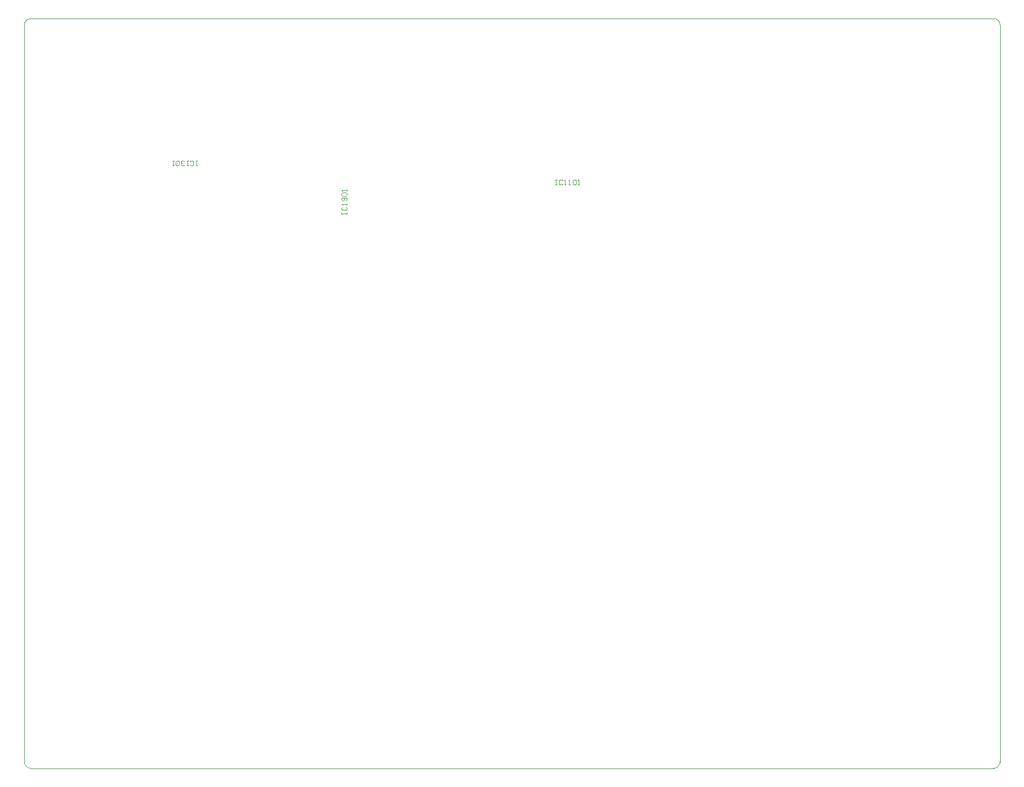
<source format=gm1>
G04*
G04 #@! TF.GenerationSoftware,Altium Limited,Altium Designer,21.4.1 (30)*
G04*
G04 Layer_Color=16711935*
%FSLAX25Y25*%
%MOIN*%
G70*
G04*
G04 #@! TF.SameCoordinates,07BA8920-E91E-4FA6-B340-E2803C7595EB*
G04*
G04*
G04 #@! TF.FilePolarity,Positive*
G04*
G01*
G75*
%ADD13C,0.00394*%
%ADD109C,0.00000*%
D13*
X199726Y349115D02*
Y350165D01*
Y349640D01*
X202875D01*
Y349115D01*
Y350165D01*
X200251Y353838D02*
X199726Y353313D01*
Y352264D01*
X200251Y351739D01*
X202350D01*
X202875Y352264D01*
Y353313D01*
X202350Y353838D01*
X202875Y354887D02*
Y355937D01*
Y355412D01*
X199726D01*
X200251Y354887D01*
X202350Y357511D02*
X202875Y358036D01*
Y359086D01*
X202350Y359610D01*
X200251D01*
X199726Y359086D01*
Y358036D01*
X200251Y357511D01*
X200776D01*
X201301Y358036D01*
Y359610D01*
X200251Y360660D02*
X199726Y361185D01*
Y362234D01*
X200251Y362759D01*
X202350D01*
X202875Y362234D01*
Y361185D01*
X202350Y360660D01*
X200251D01*
X202875Y363808D02*
Y364858D01*
Y364333D01*
X199726D01*
X200251Y363808D01*
X109000Y379716D02*
X107950D01*
X108475D01*
Y382865D01*
X109000D01*
X107950D01*
X104277Y380241D02*
X104802Y379716D01*
X105851D01*
X106376Y380241D01*
Y382340D01*
X105851Y382865D01*
X104802D01*
X104277Y382340D01*
X103228Y382865D02*
X102178D01*
X102703D01*
Y379716D01*
X103228Y380241D01*
X100604D02*
X100079Y379716D01*
X99029D01*
X98505Y380241D01*
Y380766D01*
X99029Y381291D01*
X99554D01*
X99029D01*
X98505Y381816D01*
Y382340D01*
X99029Y382865D01*
X100079D01*
X100604Y382340D01*
X97455Y380241D02*
X96930Y379716D01*
X95881D01*
X95356Y380241D01*
Y382340D01*
X95881Y382865D01*
X96930D01*
X97455Y382340D01*
Y380241D01*
X94307Y382865D02*
X93257D01*
X93782D01*
Y379716D01*
X94307Y380241D01*
X334125Y370889D02*
X335174D01*
X334650D01*
Y367740D01*
X334125D01*
X335174D01*
X338848Y370364D02*
X338323Y370889D01*
X337274D01*
X336749Y370364D01*
Y368265D01*
X337274Y367740D01*
X338323D01*
X338848Y368265D01*
X339897Y367740D02*
X340947D01*
X340422D01*
Y370889D01*
X339897Y370364D01*
X342521Y367740D02*
X343571D01*
X343046D01*
Y370889D01*
X342521Y370364D01*
X345145D02*
X345670Y370889D01*
X346719D01*
X347244Y370364D01*
Y368265D01*
X346719Y367740D01*
X345670D01*
X345145Y368265D01*
Y370364D01*
X348294Y367740D02*
X349343D01*
X348818D01*
Y370889D01*
X348294Y370364D01*
D109*
X3937Y472441D02*
G03*
X0Y468504I0J-3937D01*
G01*
Y3937D02*
G03*
X3937Y0I3937J0D01*
G01*
X610236D02*
G03*
X614173Y3937I0J3937D01*
G01*
Y468504D02*
G03*
X610236Y472441I-3937J0D01*
G01*
X3937Y0D02*
X610236D01*
X0Y3937D02*
Y468504D01*
X614173Y3937D02*
Y468504D01*
X3937Y472441D02*
X610236D01*
M02*

</source>
